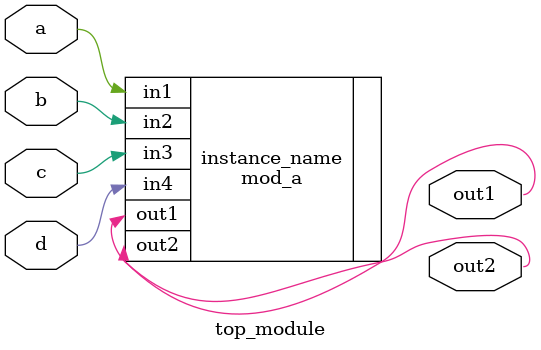
<source format=v>
module top_module ( 
    input a, 
    input b, 
    input c,
    input d,
    output out1,
    output out2
);
mod_a instance_name ( .out1(out1),  .out2(out2),  .in1(a),  .in2(b),  .in3(c),  .in4(d));

endmodule
</source>
